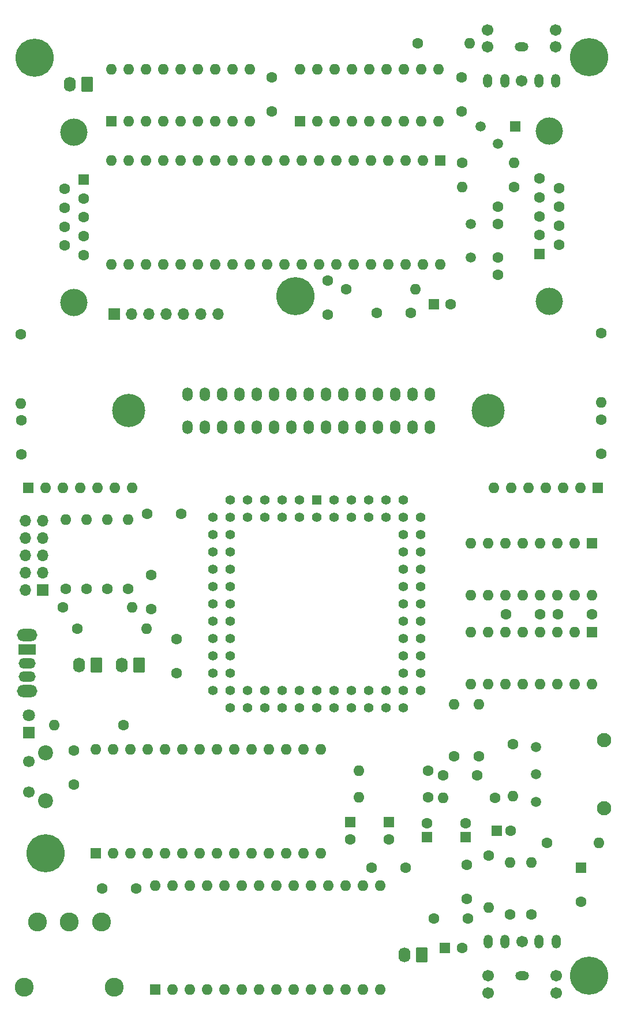
<source format=gbr>
%TF.GenerationSoftware,KiCad,Pcbnew,7.0.11-7.0.11~ubuntu22.04.1*%
%TF.CreationDate,2024-08-09T11:44:35-04:00*%
%TF.ProjectId,coleco_original,636f6c65-636f-45f6-9f72-6967696e616c,DEV*%
%TF.SameCoordinates,Original*%
%TF.FileFunction,Soldermask,Top*%
%TF.FilePolarity,Negative*%
%FSLAX46Y46*%
G04 Gerber Fmt 4.6, Leading zero omitted, Abs format (unit mm)*
G04 Created by KiCad (PCBNEW 7.0.11-7.0.11~ubuntu22.04.1) date 2024-08-09 11:44:35*
%MOMM*%
%LPD*%
G01*
G04 APERTURE LIST*
G04 Aperture macros list*
%AMRoundRect*
0 Rectangle with rounded corners*
0 $1 Rounding radius*
0 $2 $3 $4 $5 $6 $7 $8 $9 X,Y pos of 4 corners*
0 Add a 4 corners polygon primitive as box body*
4,1,4,$2,$3,$4,$5,$6,$7,$8,$9,$2,$3,0*
0 Add four circle primitives for the rounded corners*
1,1,$1+$1,$2,$3*
1,1,$1+$1,$4,$5*
1,1,$1+$1,$6,$7*
1,1,$1+$1,$8,$9*
0 Add four rect primitives between the rounded corners*
20,1,$1+$1,$2,$3,$4,$5,0*
20,1,$1+$1,$4,$5,$6,$7,0*
20,1,$1+$1,$6,$7,$8,$9,0*
20,1,$1+$1,$8,$9,$2,$3,0*%
G04 Aperture macros list end*
%ADD10C,1.500000*%
%ADD11C,1.600000*%
%ADD12O,1.600000X1.600000*%
%ADD13C,5.600000*%
%ADD14R,1.600000X1.600000*%
%ADD15RoundRect,0.250000X0.620000X0.845000X-0.620000X0.845000X-0.620000X-0.845000X0.620000X-0.845000X0*%
%ADD16O,1.740000X2.190000*%
%ADD17C,4.000000*%
%ADD18O,2.006600X1.320800*%
%ADD19O,1.320800X2.006600*%
%ADD20C,1.701800*%
%ADD21C,2.100000*%
%ADD22R,1.700000X1.700000*%
%ADD23O,1.700000X1.700000*%
%ADD24R,1.422400X1.422400*%
%ADD25C,1.422400*%
%ADD26R,1.800000X1.800000*%
%ADD27C,1.800000*%
%ADD28C,2.200000*%
%ADD29C,1.700000*%
%ADD30O,3.000000X1.800000*%
%ADD31R,2.500000X1.500000*%
%ADD32O,2.500000X1.500000*%
%ADD33O,1.500000X2.000000*%
%ADD34C,4.875000*%
%ADD35C,2.775000*%
%ADD36R,1.500000X1.500000*%
G04 APERTURE END LIST*
D10*
%TO.C,Y1*%
X136144000Y-73799000D03*
X136144000Y-78679000D03*
%TD*%
D11*
%TO.C,R6*%
X137337800Y-151827800D03*
D12*
X137337800Y-144207800D03*
%TD*%
D11*
%TO.C,C4*%
X132054600Y-154621800D03*
X137054600Y-154621800D03*
%TD*%
D13*
%TO.C,H6*%
X153441400Y-49364200D03*
%TD*%
D14*
%TO.C,U6*%
X131622800Y-64451800D03*
D12*
X129082800Y-64451800D03*
X126542800Y-64451800D03*
X124002800Y-64451800D03*
X121462800Y-64451800D03*
X118922800Y-64451800D03*
X116382800Y-64451800D03*
X113842800Y-64451800D03*
X111302800Y-64451800D03*
X108762800Y-64451800D03*
X106222800Y-64451800D03*
X103682800Y-64451800D03*
X101142800Y-64451800D03*
X98602800Y-64451800D03*
X96062800Y-64451800D03*
X93522800Y-64451800D03*
X90982800Y-64451800D03*
X88442800Y-64451800D03*
X85902800Y-64451800D03*
X83362800Y-64451800D03*
X83362800Y-79691800D03*
X85902800Y-79691800D03*
X88442800Y-79691800D03*
X90982800Y-79691800D03*
X93522800Y-79691800D03*
X96062800Y-79691800D03*
X98602800Y-79691800D03*
X101142800Y-79691800D03*
X103682800Y-79691800D03*
X106222800Y-79691800D03*
X108762800Y-79691800D03*
X111302800Y-79691800D03*
X113842800Y-79691800D03*
X116382800Y-79691800D03*
X118922800Y-79691800D03*
X121462800Y-79691800D03*
X124002800Y-79691800D03*
X126542800Y-79691800D03*
X129082800Y-79691800D03*
X131622800Y-79691800D03*
%TD*%
D15*
%TO.C,J3*%
X79832200Y-53275800D03*
D16*
X77292200Y-53275800D03*
%TD*%
D17*
%TO.C,J5*%
X77901800Y-60311600D03*
X77901800Y-85311600D03*
D14*
X79321800Y-67271600D03*
D11*
X79321800Y-70041600D03*
X79321800Y-72811600D03*
X79321800Y-75581600D03*
X79321800Y-78351600D03*
X76481800Y-68656600D03*
X76481800Y-71426600D03*
X76481800Y-74196600D03*
X76481800Y-76966600D03*
%TD*%
%TO.C,R19*%
X70078600Y-89928000D03*
D12*
X70078600Y-100088000D03*
%TD*%
D14*
%TO.C,C3*%
X118440200Y-161544688D03*
D11*
X118440200Y-164044688D03*
%TD*%
D14*
%TO.C,C28*%
X129717800Y-163704913D03*
D11*
X129717800Y-161704913D03*
%TD*%
%TO.C,R14*%
X85852000Y-127342200D03*
D12*
X85852000Y-117182200D03*
%TD*%
D11*
%TO.C,R22*%
X85140800Y-147255800D03*
D12*
X74980800Y-147255800D03*
%TD*%
D14*
%TO.C,RN1*%
X71170800Y-112508600D03*
D12*
X73710800Y-112508600D03*
X76250800Y-112508600D03*
X78790800Y-112508600D03*
X81330800Y-112508600D03*
X83870800Y-112508600D03*
X86410800Y-112508600D03*
%TD*%
D11*
%TO.C,L3*%
X117830600Y-83349400D03*
D12*
X127990600Y-83349400D03*
%TD*%
D14*
%TO.C,C24*%
X132322688Y-179971000D03*
D11*
X134822688Y-179971000D03*
%TD*%
D13*
%TO.C,H2*%
X73710800Y-166051800D03*
%TD*%
D11*
%TO.C,R23*%
X139674600Y-157974600D03*
D12*
X132054600Y-157974600D03*
%TD*%
D14*
%TO.C,U4*%
X89799000Y-186046600D03*
D12*
X92339000Y-186046600D03*
X94879000Y-186046600D03*
X97419000Y-186046600D03*
X99959000Y-186046600D03*
X102499000Y-186046600D03*
X105039000Y-186046600D03*
X107579000Y-186046600D03*
X110119000Y-186046600D03*
X112659000Y-186046600D03*
X115199000Y-186046600D03*
X117739000Y-186046600D03*
X120279000Y-186046600D03*
X122819000Y-186046600D03*
X122819000Y-170806600D03*
X120279000Y-170806600D03*
X117739000Y-170806600D03*
X115199000Y-170806600D03*
X112659000Y-170806600D03*
X110119000Y-170806600D03*
X107579000Y-170806600D03*
X105039000Y-170806600D03*
X102499000Y-170806600D03*
X99959000Y-170806600D03*
X97419000Y-170806600D03*
X94879000Y-170806600D03*
X92339000Y-170806600D03*
X89799000Y-170806600D03*
%TD*%
D11*
%TO.C,L1*%
X129870200Y-157873000D03*
D12*
X119710200Y-157873000D03*
%TD*%
D14*
%TO.C,U7*%
X111074200Y-58736800D03*
D12*
X113614200Y-58736800D03*
X116154200Y-58736800D03*
X118694200Y-58736800D03*
X121234200Y-58736800D03*
X123774200Y-58736800D03*
X126314200Y-58736800D03*
X128854200Y-58736800D03*
X131394200Y-58736800D03*
X131394200Y-51116800D03*
X128854200Y-51116800D03*
X126314200Y-51116800D03*
X123774200Y-51116800D03*
X121234200Y-51116800D03*
X118694200Y-51116800D03*
X116154200Y-51116800D03*
X113614200Y-51116800D03*
X111074200Y-51116800D03*
%TD*%
D18*
%TO.C,J8*%
X143586200Y-47840200D03*
D19*
X138586200Y-52840197D03*
X148586200Y-52840197D03*
X141086200Y-52840197D03*
X146086200Y-52840197D03*
D20*
X138586200Y-45340199D03*
X148586200Y-45340199D03*
X138586200Y-47840200D03*
X148586200Y-47840200D03*
X143586200Y-52840197D03*
%TD*%
D15*
%TO.C,J11*%
X81203800Y-138492800D03*
D16*
X78663800Y-138492800D03*
%TD*%
D11*
%TO.C,C10*%
X86995000Y-171233400D03*
X81995000Y-171233400D03*
%TD*%
%TO.C,C20*%
X70129400Y-102581000D03*
X70129400Y-107581000D03*
%TD*%
D10*
%TO.C,RV1*%
X145698800Y-150514800D03*
X145698800Y-154514800D03*
X145698800Y-158514800D03*
D21*
X155698800Y-149514800D03*
X155698800Y-159514800D03*
%TD*%
D18*
%TO.C,J9*%
X143640800Y-184049599D03*
D19*
X148640800Y-179049602D03*
X138640800Y-179049602D03*
X146140800Y-179049602D03*
X141140800Y-179049602D03*
D20*
X148640800Y-186549600D03*
X138640800Y-186549600D03*
X148640800Y-184049599D03*
X138640800Y-184049599D03*
X143640800Y-179049602D03*
%TD*%
D11*
%TO.C,R10*%
X128346200Y-47281400D03*
D12*
X135966200Y-47281400D03*
%TD*%
D11*
%TO.C,R16*%
X79756000Y-127291400D03*
D12*
X79756000Y-117131400D03*
%TD*%
D22*
%TO.C,J6*%
X73334800Y-127489600D03*
D23*
X70794800Y-127489600D03*
X73334800Y-124949600D03*
X70794800Y-124949600D03*
X73334800Y-122409600D03*
X70794800Y-122409600D03*
X73334800Y-119869600D03*
X70794800Y-119869600D03*
X73334800Y-117329600D03*
X70794800Y-117329600D03*
%TD*%
D11*
%TO.C,R12*%
X142494000Y-68414200D03*
D12*
X134874000Y-68414200D03*
%TD*%
D11*
%TO.C,C8*%
X153934800Y-130999800D03*
X148934800Y-130999800D03*
%TD*%
%TO.C,C7*%
X130723000Y-175653000D03*
X135723000Y-175653000D03*
%TD*%
D14*
%TO.C,C27*%
X135356600Y-163704913D03*
D11*
X135356600Y-161704913D03*
%TD*%
%TO.C,R17*%
X76708000Y-127291400D03*
D12*
X76708000Y-117131400D03*
%TD*%
D17*
%TO.C,J7*%
X147652600Y-85170800D03*
X147652600Y-60170800D03*
D14*
X146232600Y-78210800D03*
D11*
X146232600Y-75440800D03*
X146232600Y-72670800D03*
X146232600Y-69900800D03*
X146232600Y-67130800D03*
X149072600Y-76825800D03*
X149072600Y-74055800D03*
X149072600Y-71285800D03*
X149072600Y-68515800D03*
%TD*%
D24*
%TO.C,U9*%
X113487200Y-114300900D03*
D25*
X113487200Y-116840900D03*
X110947200Y-114300900D03*
X110947200Y-116840900D03*
X108407200Y-114300900D03*
X108407200Y-116840900D03*
X105867200Y-114300900D03*
X105867200Y-116840900D03*
X103327200Y-114300900D03*
X103327200Y-116840900D03*
X100787200Y-114300900D03*
X98247200Y-116840900D03*
X100787200Y-116840900D03*
X98247200Y-119380900D03*
X100787200Y-119380900D03*
X98247200Y-121920900D03*
X100787200Y-121920900D03*
X98247200Y-124460900D03*
X100787200Y-124460900D03*
X98247200Y-127000900D03*
X100787200Y-127000900D03*
X98247200Y-129540900D03*
X100787200Y-129540900D03*
X98247200Y-132080900D03*
X100787200Y-132080900D03*
X98247200Y-134620900D03*
X100787200Y-134620900D03*
X98247200Y-137160900D03*
X100787200Y-137160900D03*
X98247200Y-139700900D03*
X100787200Y-139700900D03*
X98247200Y-142240900D03*
X100787200Y-144780900D03*
X100787200Y-142240900D03*
X103327200Y-144780900D03*
X103327200Y-142240900D03*
X105867200Y-144780900D03*
X105867200Y-142240900D03*
X108407200Y-144780900D03*
X108407200Y-142240900D03*
X110947200Y-144780900D03*
X110947200Y-142240900D03*
X113487200Y-144780900D03*
X113487200Y-142240900D03*
X116027200Y-144780900D03*
X116027200Y-142240900D03*
X118567200Y-144780900D03*
X118567200Y-142240900D03*
X121107200Y-144780900D03*
X121107200Y-142240900D03*
X123647200Y-144780900D03*
X123647200Y-142240900D03*
X126187200Y-144780900D03*
X128727200Y-142240900D03*
X126187200Y-142240900D03*
X128727200Y-139700900D03*
X126187200Y-139700900D03*
X128727200Y-137160900D03*
X126187200Y-137160900D03*
X128727200Y-134620900D03*
X126187200Y-134620900D03*
X128727200Y-132080900D03*
X126187200Y-132080900D03*
X128727200Y-129540900D03*
X126187200Y-129540900D03*
X128727200Y-127000900D03*
X126187200Y-127000900D03*
X128727200Y-124460900D03*
X126187200Y-124460900D03*
X128727200Y-121920900D03*
X126187200Y-121920900D03*
X128727200Y-119380900D03*
X126187200Y-119380900D03*
X128727200Y-116840900D03*
X126187200Y-114300900D03*
X126187200Y-116840900D03*
X123647200Y-114300900D03*
X123647200Y-116840900D03*
X121107200Y-114300900D03*
X121107200Y-116840900D03*
X118567200Y-114300900D03*
X118567200Y-116840900D03*
X116027200Y-114300900D03*
X116027200Y-116840900D03*
%TD*%
D14*
%TO.C,U11*%
X153873200Y-133616000D03*
D12*
X151333200Y-133616000D03*
X148793200Y-133616000D03*
X146253200Y-133616000D03*
X143713200Y-133616000D03*
X141173200Y-133616000D03*
X138633200Y-133616000D03*
X136093200Y-133616000D03*
X136093200Y-141236000D03*
X138633200Y-141236000D03*
X141173200Y-141236000D03*
X143713200Y-141236000D03*
X146253200Y-141236000D03*
X148793200Y-141236000D03*
X151333200Y-141236000D03*
X153873200Y-141236000D03*
%TD*%
D11*
%TO.C,C16*%
X140081000Y-78746600D03*
X140081000Y-81246600D03*
%TD*%
%TO.C,C18*%
X92964000Y-134632000D03*
X92964000Y-139632000D03*
%TD*%
D26*
%TO.C,D1*%
X71297800Y-148403800D03*
D27*
X71297800Y-145863800D03*
%TD*%
D11*
%TO.C,C15*%
X140131800Y-71253600D03*
X140131800Y-73753600D03*
%TD*%
%TO.C,R24*%
X147294600Y-164527800D03*
D12*
X154914600Y-164527800D03*
%TD*%
D14*
%TO.C,RN2*%
X154787600Y-112508600D03*
D12*
X152247600Y-112508600D03*
X149707600Y-112508600D03*
X147167600Y-112508600D03*
X144627600Y-112508600D03*
X142087600Y-112508600D03*
X139547600Y-112508600D03*
%TD*%
D11*
%TO.C,C14*%
X134772400Y-57299800D03*
X134772400Y-52299800D03*
%TD*%
D28*
%TO.C,SW1*%
X73747000Y-158386400D03*
X73747000Y-151386400D03*
D29*
X71247000Y-157136400D03*
X71247000Y-152636400D03*
%TD*%
D11*
%TO.C,R27*%
X145043450Y-175032600D03*
D12*
X145043450Y-167412600D03*
%TD*%
D11*
%TO.C,C25*%
X126589800Y-168185400D03*
X121589800Y-168185400D03*
%TD*%
D15*
%TO.C,J2*%
X128905000Y-180967000D03*
D16*
X126365000Y-180967000D03*
%TD*%
D13*
%TO.C,H7*%
X110375700Y-84352700D03*
%TD*%
D11*
%TO.C,L2*%
X129870200Y-154012200D03*
D12*
X119710200Y-154012200D03*
%TD*%
D11*
%TO.C,R5*%
X133654800Y-151827800D03*
D12*
X133654800Y-144207800D03*
%TD*%
D14*
%TO.C,U5*%
X81061400Y-166082200D03*
D12*
X83601400Y-166082200D03*
X86141400Y-166082200D03*
X88681400Y-166082200D03*
X91221400Y-166082200D03*
X93761400Y-166082200D03*
X96301400Y-166082200D03*
X98841400Y-166082200D03*
X101381400Y-166082200D03*
X103921400Y-166082200D03*
X106461400Y-166082200D03*
X109001400Y-166082200D03*
X111541400Y-166082200D03*
X114081400Y-166082200D03*
X114081400Y-150842200D03*
X111541400Y-150842200D03*
X109001400Y-150842200D03*
X106461400Y-150842200D03*
X103921400Y-150842200D03*
X101381400Y-150842200D03*
X98841400Y-150842200D03*
X96301400Y-150842200D03*
X93761400Y-150842200D03*
X91221400Y-150842200D03*
X88681400Y-150842200D03*
X86141400Y-150842200D03*
X83601400Y-150842200D03*
X81061400Y-150842200D03*
%TD*%
D11*
%TO.C,C19*%
X93649800Y-116267800D03*
X88649800Y-116267800D03*
%TD*%
D13*
%TO.C,H4*%
X72110600Y-49415000D03*
%TD*%
D11*
%TO.C,R18*%
X155270200Y-89801000D03*
D12*
X155270200Y-99961000D03*
%TD*%
D11*
%TO.C,R1*%
X78409800Y-133158800D03*
D12*
X88569800Y-133158800D03*
%TD*%
D13*
%TO.C,H1*%
X153466800Y-184009600D03*
%TD*%
D11*
%TO.C,R26*%
X142316200Y-150100600D03*
D12*
X142316200Y-157720600D03*
%TD*%
D11*
%TO.C,C6*%
X135541550Y-172757400D03*
X135541550Y-167757400D03*
%TD*%
%TO.C,R2*%
X76271200Y-130029600D03*
D12*
X86431200Y-130029600D03*
%TD*%
D30*
%TO.C,SW3*%
X71011800Y-134113400D03*
X71011800Y-142313400D03*
D31*
X71011800Y-136213400D03*
D32*
X71011800Y-138213400D03*
X71011800Y-140213400D03*
%TD*%
D11*
%TO.C,C12*%
X106908600Y-57249000D03*
X106908600Y-52249000D03*
%TD*%
%TO.C,R15*%
X82778600Y-127316800D03*
D12*
X82778600Y-117156800D03*
%TD*%
D11*
%TO.C,C11*%
X77901800Y-150978800D03*
X77901800Y-155978800D03*
%TD*%
D14*
%TO.C,C30*%
X130697087Y-85533800D03*
D11*
X133197087Y-85533800D03*
%TD*%
D15*
%TO.C,J10*%
X87426800Y-138472800D03*
D16*
X84886800Y-138472800D03*
%TD*%
D11*
%TO.C,R25*%
X138708850Y-166447400D03*
D12*
X138708850Y-174067400D03*
%TD*%
D11*
%TO.C,C21*%
X155244800Y-102490200D03*
X155244800Y-107490200D03*
%TD*%
D33*
%TO.C,J4*%
X130073400Y-103567800D03*
X130073400Y-98741800D03*
X127533400Y-103567800D03*
X127533400Y-98741800D03*
X124993400Y-103567800D03*
X124993400Y-98741800D03*
X122453400Y-103567800D03*
X122453400Y-98741800D03*
X119913400Y-103567800D03*
X119913400Y-98741800D03*
X117373400Y-103567800D03*
X117373400Y-98741800D03*
X114833400Y-103567800D03*
X114833400Y-98741800D03*
X112293400Y-103567800D03*
X112293400Y-98741800D03*
X109753400Y-103567800D03*
X109753400Y-98741800D03*
X107213400Y-103567800D03*
X107213400Y-98741800D03*
X104673400Y-103567800D03*
X104673400Y-98741800D03*
X102133400Y-103567800D03*
X102133400Y-98741800D03*
X99593400Y-103567800D03*
X99593400Y-98741800D03*
X97053400Y-103567800D03*
X97053400Y-98741800D03*
X94513400Y-103567800D03*
X94513400Y-98741800D03*
D34*
X138643400Y-101166800D03*
X85943400Y-101166800D03*
%TD*%
D11*
%TO.C,C23*%
X146314800Y-130999800D03*
X141314800Y-130999800D03*
%TD*%
%TO.C,C29*%
X127290200Y-86854600D03*
X122290200Y-86854600D03*
%TD*%
D35*
%TO.C,SW2*%
X72515500Y-176189600D03*
X77215500Y-176189600D03*
X81915500Y-176189600D03*
X70610500Y-185719600D03*
X83820500Y-185719600D03*
%TD*%
D14*
%TO.C,U8*%
X83362800Y-58736800D03*
D12*
X85902800Y-58736800D03*
X88442800Y-58736800D03*
X90982800Y-58736800D03*
X93522800Y-58736800D03*
X96062800Y-58736800D03*
X98602800Y-58736800D03*
X101142800Y-58736800D03*
X103682800Y-58736800D03*
X103682800Y-51116800D03*
X101142800Y-51116800D03*
X98602800Y-51116800D03*
X96062800Y-51116800D03*
X93522800Y-51116800D03*
X90982800Y-51116800D03*
X88442800Y-51116800D03*
X85902800Y-51116800D03*
X83362800Y-51116800D03*
%TD*%
D14*
%TO.C,C5*%
X124129800Y-161544688D03*
D11*
X124129800Y-164044688D03*
%TD*%
%TO.C,C1*%
X89204800Y-130284800D03*
X89204800Y-125284800D03*
%TD*%
D36*
%TO.C,Q1*%
X142671800Y-59490800D03*
D10*
X140131800Y-62030800D03*
X137591800Y-59490800D03*
%TD*%
D14*
%TO.C,C26*%
X139960600Y-162749800D03*
D11*
X141960600Y-162749800D03*
%TD*%
%TO.C,R11*%
X134874000Y-64858200D03*
D12*
X142494000Y-64858200D03*
%TD*%
D11*
%TO.C,R4*%
X141876150Y-175032600D03*
D12*
X141876150Y-167412600D03*
%TD*%
D22*
%TO.C,J1*%
X83789600Y-86981600D03*
D23*
X86329600Y-86981600D03*
X88869600Y-86981600D03*
X91409600Y-86981600D03*
X93949600Y-86981600D03*
X96489600Y-86981600D03*
X99029600Y-86981600D03*
%TD*%
D14*
%TO.C,U2*%
X153924000Y-120595800D03*
D12*
X151384000Y-120595800D03*
X148844000Y-120595800D03*
X146304000Y-120595800D03*
X143764000Y-120595800D03*
X141224000Y-120595800D03*
X138684000Y-120595800D03*
X136144000Y-120595800D03*
X136144000Y-128215800D03*
X138684000Y-128215800D03*
X141224000Y-128215800D03*
X143764000Y-128215800D03*
X146304000Y-128215800D03*
X148844000Y-128215800D03*
X151384000Y-128215800D03*
X153924000Y-128215800D03*
%TD*%
D11*
%TO.C,C13*%
X115087400Y-82108600D03*
X115087400Y-87108600D03*
%TD*%
D14*
%TO.C,C2*%
X152323800Y-168221149D03*
D11*
X152323800Y-173221149D03*
%TD*%
M02*

</source>
